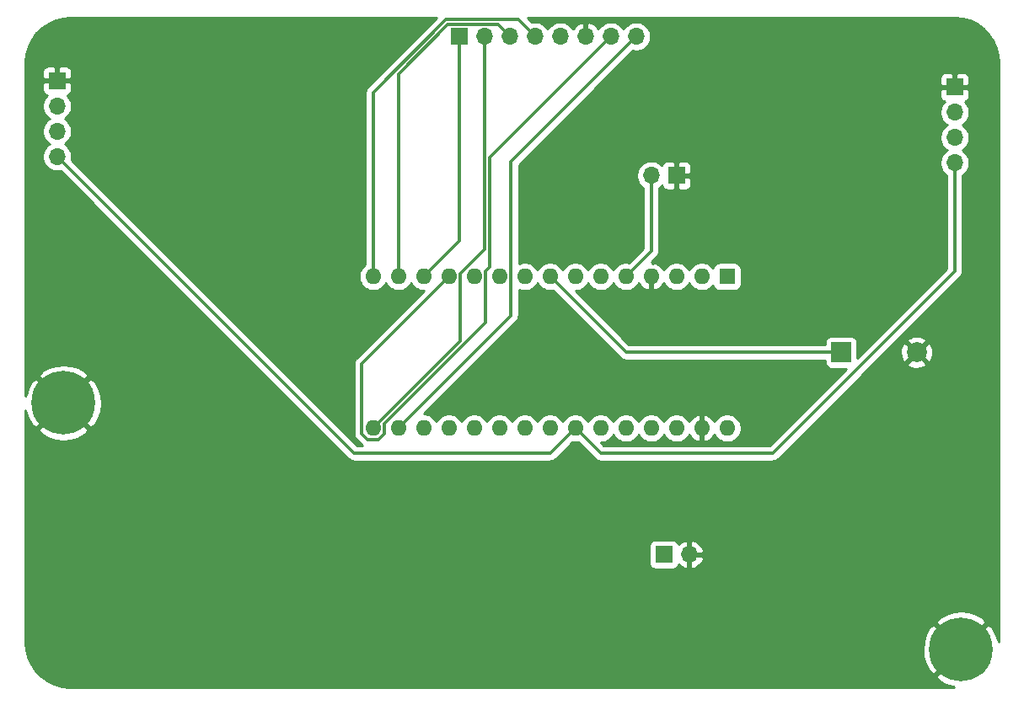
<source format=gbr>
%TF.GenerationSoftware,KiCad,Pcbnew,(5.1.9)-1*%
%TF.CreationDate,2021-04-30T13:08:53+02:00*%
%TF.ProjectId,CaptureTheFlag,43617074-7572-4655-9468-65466c61672e,rev?*%
%TF.SameCoordinates,Original*%
%TF.FileFunction,Copper,L1,Top*%
%TF.FilePolarity,Positive*%
%FSLAX46Y46*%
G04 Gerber Fmt 4.6, Leading zero omitted, Abs format (unit mm)*
G04 Created by KiCad (PCBNEW (5.1.9)-1) date 2021-04-30 13:08:53*
%MOMM*%
%LPD*%
G01*
G04 APERTURE LIST*
%TA.AperFunction,ComponentPad*%
%ADD10C,0.800000*%
%TD*%
%TA.AperFunction,ComponentPad*%
%ADD11C,6.400000*%
%TD*%
%TA.AperFunction,ComponentPad*%
%ADD12O,1.600000X1.600000*%
%TD*%
%TA.AperFunction,ComponentPad*%
%ADD13R,1.600000X1.600000*%
%TD*%
%TA.AperFunction,ComponentPad*%
%ADD14O,1.700000X1.700000*%
%TD*%
%TA.AperFunction,ComponentPad*%
%ADD15R,1.700000X1.700000*%
%TD*%
%TA.AperFunction,ComponentPad*%
%ADD16R,2.000000X2.000000*%
%TD*%
%TA.AperFunction,ComponentPad*%
%ADD17C,2.000000*%
%TD*%
%TA.AperFunction,ViaPad*%
%ADD18C,0.800000*%
%TD*%
%TA.AperFunction,Conductor*%
%ADD19C,0.300000*%
%TD*%
%TA.AperFunction,Conductor*%
%ADD20C,0.254000*%
%TD*%
%TA.AperFunction,Conductor*%
%ADD21C,0.100000*%
%TD*%
G04 APERTURE END LIST*
D10*
%TO.P,H2,1*%
%TO.N,GND*%
X200452056Y-95457944D03*
X198755000Y-94755000D03*
X197057944Y-95457944D03*
X196355000Y-97155000D03*
X197057944Y-98852056D03*
X198755000Y-99555000D03*
X200452056Y-98852056D03*
X201155000Y-97155000D03*
D11*
X198755000Y-97155000D03*
%TD*%
D10*
%TO.P,H1,1*%
%TO.N,GND*%
X110282056Y-70692944D03*
X108585000Y-69990000D03*
X106887944Y-70692944D03*
X106185000Y-72390000D03*
X106887944Y-74087056D03*
X108585000Y-74790000D03*
X110282056Y-74087056D03*
X110985000Y-72390000D03*
D11*
X108585000Y-72390000D03*
%TD*%
D12*
%TO.P,A1,16*%
%TO.N,SPI_SCK*%
X139700000Y-74930000D03*
%TO.P,A1,15*%
%TO.N,SPI_MISO*%
X139700000Y-59690000D03*
%TO.P,A1,30*%
%TO.N,VIN*%
X175260000Y-74930000D03*
%TO.P,A1,14*%
%TO.N,SPI_MOSI*%
X142240000Y-59690000D03*
%TO.P,A1,29*%
%TO.N,GND*%
X172720000Y-74930000D03*
%TO.P,A1,13*%
%TO.N,SPI_SDA*%
X144780000Y-59690000D03*
%TO.P,A1,28*%
%TO.N,Net-(A1-Pad28)*%
X170180000Y-74930000D03*
%TO.P,A1,12*%
%TO.N,SPI_RST*%
X147320000Y-59690000D03*
%TO.P,A1,27*%
%TO.N,5V*%
X167640000Y-74930000D03*
%TO.P,A1,11*%
%TO.N,Net-(A1-Pad11)*%
X149860000Y-59690000D03*
%TO.P,A1,26*%
%TO.N,Net-(A1-Pad26)*%
X165100000Y-74930000D03*
%TO.P,A1,10*%
%TO.N,Net-(A1-Pad10)*%
X152400000Y-59690000D03*
%TO.P,A1,25*%
%TO.N,Net-(A1-Pad25)*%
X162560000Y-74930000D03*
%TO.P,A1,9*%
%TO.N,Net-(A1-Pad9)*%
X154940000Y-59690000D03*
%TO.P,A1,24*%
%TO.N,I2C_SCL*%
X160020000Y-74930000D03*
%TO.P,A1,8*%
%TO.N,Net-(A1-Pad8)*%
X157480000Y-59690000D03*
%TO.P,A1,23*%
%TO.N,I2C_SDA*%
X157480000Y-74930000D03*
%TO.P,A1,7*%
%TO.N,Net-(A1-Pad7)*%
X160020000Y-59690000D03*
%TO.P,A1,22*%
%TO.N,Net-(A1-Pad22)*%
X154940000Y-74930000D03*
%TO.P,A1,6*%
%TO.N,Net-(A1-Pad6)*%
X162560000Y-59690000D03*
%TO.P,A1,21*%
%TO.N,Net-(A1-Pad21)*%
X152400000Y-74930000D03*
%TO.P,A1,5*%
%TO.N,Net-(A1-Pad5)*%
X165100000Y-59690000D03*
%TO.P,A1,20*%
%TO.N,Net-(A1-Pad20)*%
X149860000Y-74930000D03*
%TO.P,A1,4*%
%TO.N,GND*%
X167640000Y-59690000D03*
%TO.P,A1,19*%
%TO.N,Net-(A1-Pad19)*%
X147320000Y-74930000D03*
%TO.P,A1,3*%
%TO.N,Net-(A1-Pad3)*%
X170180000Y-59690000D03*
%TO.P,A1,18*%
%TO.N,Net-(A1-Pad18)*%
X144780000Y-74930000D03*
%TO.P,A1,2*%
%TO.N,Net-(A1-Pad2)*%
X172720000Y-59690000D03*
%TO.P,A1,17*%
%TO.N,3.3V*%
X142240000Y-74930000D03*
D13*
%TO.P,A1,1*%
%TO.N,Net-(A1-Pad1)*%
X175260000Y-59690000D03*
%TD*%
D14*
%TO.P,SW1,2*%
%TO.N,Net-(A1-Pad5)*%
X167640000Y-49530000D03*
D15*
%TO.P,SW1,1*%
%TO.N,GND*%
X170180000Y-49530000D03*
%TD*%
D16*
%TO.P,BZ1,1*%
%TO.N,Net-(A1-Pad8)*%
X186710000Y-67310000D03*
D17*
%TO.P,BZ1,2*%
%TO.N,GND*%
X194310000Y-67310000D03*
%TD*%
D15*
%TO.P,J1,1*%
%TO.N,GND*%
X198120000Y-40640000D03*
D14*
%TO.P,J1,2*%
%TO.N,5V*%
X198120000Y-43180000D03*
%TO.P,J1,3*%
%TO.N,I2C_SDA*%
X198120000Y-45720000D03*
%TO.P,J1,4*%
%TO.N,I2C_SCL*%
X198120000Y-48260000D03*
%TD*%
%TO.P,J2,4*%
%TO.N,I2C_SCL*%
X107950000Y-47625000D03*
%TO.P,J2,3*%
%TO.N,I2C_SDA*%
X107950000Y-45085000D03*
%TO.P,J2,2*%
%TO.N,5V*%
X107950000Y-42545000D03*
D15*
%TO.P,J2,1*%
%TO.N,GND*%
X107950000Y-40005000D03*
%TD*%
%TO.P,J3,1*%
%TO.N,SPI_SDA*%
X148340000Y-35560000D03*
D14*
%TO.P,J3,2*%
%TO.N,SPI_SCK*%
X150880000Y-35560000D03*
%TO.P,J3,3*%
%TO.N,SPI_MOSI*%
X153420000Y-35560000D03*
%TO.P,J3,4*%
%TO.N,SPI_MISO*%
X155960000Y-35560000D03*
%TO.P,J3,5*%
%TO.N,Net-(J3-Pad5)*%
X158500000Y-35560000D03*
%TO.P,J3,6*%
%TO.N,GND*%
X161040000Y-35560000D03*
%TO.P,J3,7*%
%TO.N,SPI_RST*%
X163580000Y-35560000D03*
%TO.P,J3,8*%
%TO.N,3.3V*%
X166120000Y-35560000D03*
%TD*%
D15*
%TO.P,J4,1*%
%TO.N,5V*%
X168910000Y-87630000D03*
D14*
%TO.P,J4,2*%
%TO.N,GND*%
X171450000Y-87630000D03*
%TD*%
D18*
%TO.N,GND*%
X114300000Y-40640000D03*
X121920000Y-40640000D03*
X129540000Y-40640000D03*
X129540000Y-48260000D03*
X129540000Y-55880000D03*
X121920000Y-48260000D03*
X129540000Y-78740000D03*
X129540000Y-86360000D03*
X129540000Y-93980000D03*
X121920000Y-93980000D03*
X114300000Y-93980000D03*
X114300000Y-86360000D03*
X121920000Y-86360000D03*
X121920000Y-78740000D03*
X114300000Y-78740000D03*
X114300000Y-71120000D03*
X121920000Y-71120000D03*
X137160000Y-86360000D03*
X144780000Y-86360000D03*
X152400000Y-86360000D03*
X160020000Y-86360000D03*
X160020000Y-93980000D03*
X152400000Y-93980000D03*
X144780000Y-93980000D03*
X167640000Y-93980000D03*
X182880000Y-86360000D03*
X198120000Y-86360000D03*
X198120000Y-78740000D03*
X198120000Y-71120000D03*
X190500000Y-55880000D03*
X190500000Y-48260000D03*
X190500000Y-40640000D03*
X182880000Y-40640000D03*
X182880000Y-48260000D03*
X182880000Y-55880000D03*
X175260000Y-40640000D03*
X175260000Y-48260000D03*
X137160000Y-93980000D03*
%TD*%
D19*
%TO.N,3.3V*%
X153550001Y-63619999D02*
X142240000Y-74930000D01*
X153550001Y-48129999D02*
X153550001Y-63619999D01*
X166120000Y-35560000D02*
X153550001Y-48129999D01*
%TO.N,Net-(A1-Pad5)*%
X167640000Y-57150000D02*
X165100000Y-59690000D01*
X167640000Y-49530000D02*
X167640000Y-57150000D01*
%TO.N,Net-(A1-Pad8)*%
X165100000Y-67310000D02*
X157480000Y-59690000D01*
X186710000Y-67310000D02*
X165100000Y-67310000D01*
%TO.N,I2C_SCL*%
X162560000Y-77470000D02*
X160020000Y-74930000D01*
X107950000Y-47625000D02*
X137795000Y-77470000D01*
X157480000Y-77470000D02*
X137795000Y-77470000D01*
X160020000Y-74930000D02*
X157480000Y-77470000D01*
X178816000Y-77470000D02*
X162560000Y-77470000D01*
X179180002Y-77470000D02*
X178816000Y-77470000D01*
X179832000Y-77470000D02*
X178816000Y-77470000D01*
X198120000Y-59182000D02*
X179832000Y-77470000D01*
X198120000Y-48260000D02*
X198120000Y-59182000D01*
%TO.N,SPI_RST*%
X138549999Y-75482001D02*
X138549999Y-68460001D01*
X139147999Y-76080001D02*
X138549999Y-75482001D01*
X140850001Y-75482001D02*
X140252001Y-76080001D01*
X151010001Y-64327119D02*
X140850001Y-74487119D01*
X151010001Y-59137999D02*
X151010001Y-64327119D01*
X138549999Y-68460001D02*
X147320000Y-59690000D01*
X140850001Y-74487119D02*
X140850001Y-75482001D01*
X151380010Y-58767990D02*
X151010001Y-59137999D01*
X140252001Y-76080001D02*
X139147999Y-76080001D01*
X151380010Y-47759990D02*
X151380010Y-58767990D01*
X163580000Y-35560000D02*
X151380010Y-47759990D01*
%TO.N,SPI_SDA*%
X148340000Y-56130000D02*
X144780000Y-59690000D01*
X148340000Y-35560000D02*
X148340000Y-56130000D01*
%TO.N,SPI_MOSI*%
X142240000Y-39329998D02*
X142240000Y-59690000D01*
X147209999Y-34359999D02*
X142240000Y-39329998D01*
X152219999Y-34359999D02*
X147209999Y-34359999D01*
X153420000Y-35560000D02*
X152219999Y-34359999D01*
%TO.N,SPI_MISO*%
X139700000Y-41162878D02*
X139700000Y-59690000D01*
X147002889Y-33859989D02*
X139700000Y-41162878D01*
X154259989Y-33859989D02*
X147002889Y-33859989D01*
X155960000Y-35560000D02*
X154259989Y-33859989D01*
%TO.N,SPI_SCK*%
X148470001Y-59377997D02*
X148470001Y-66159999D01*
X148470001Y-66159999D02*
X139700000Y-74930000D01*
X150880000Y-56967998D02*
X148470001Y-59377997D01*
X150880000Y-35560000D02*
X150880000Y-56967998D01*
%TD*%
D20*
%TO.N,GND*%
X139172190Y-40580531D02*
X139142236Y-40605114D01*
X139044138Y-40724646D01*
X138971246Y-40861019D01*
X138926359Y-41008992D01*
X138915000Y-41124318D01*
X138915000Y-41124325D01*
X138911203Y-41162878D01*
X138915000Y-41201431D01*
X138915001Y-58488660D01*
X138785241Y-58575363D01*
X138585363Y-58775241D01*
X138428320Y-59010273D01*
X138320147Y-59271426D01*
X138265000Y-59548665D01*
X138265000Y-59831335D01*
X138320147Y-60108574D01*
X138428320Y-60369727D01*
X138585363Y-60604759D01*
X138785241Y-60804637D01*
X139020273Y-60961680D01*
X139281426Y-61069853D01*
X139558665Y-61125000D01*
X139841335Y-61125000D01*
X140118574Y-61069853D01*
X140379727Y-60961680D01*
X140614759Y-60804637D01*
X140814637Y-60604759D01*
X140970000Y-60372241D01*
X141125363Y-60604759D01*
X141325241Y-60804637D01*
X141560273Y-60961680D01*
X141821426Y-61069853D01*
X142098665Y-61125000D01*
X142381335Y-61125000D01*
X142658574Y-61069853D01*
X142919727Y-60961680D01*
X143154759Y-60804637D01*
X143354637Y-60604759D01*
X143510000Y-60372241D01*
X143665363Y-60604759D01*
X143865241Y-60804637D01*
X144100273Y-60961680D01*
X144361426Y-61069853D01*
X144638665Y-61125000D01*
X144774842Y-61125000D01*
X138022184Y-67877659D01*
X137992236Y-67902237D01*
X137967658Y-67932185D01*
X137967654Y-67932189D01*
X137934689Y-67972357D01*
X137894138Y-68021768D01*
X137885059Y-68038754D01*
X137821245Y-68158142D01*
X137776358Y-68306115D01*
X137761202Y-68460001D01*
X137765000Y-68498564D01*
X137764999Y-75443448D01*
X137761202Y-75482001D01*
X137764999Y-75520554D01*
X137764999Y-75520561D01*
X137776358Y-75635887D01*
X137821245Y-75783860D01*
X137894137Y-75920233D01*
X137992235Y-76039765D01*
X138022189Y-76064348D01*
X138565652Y-76607811D01*
X138590235Y-76637765D01*
X138647790Y-76685000D01*
X138120157Y-76685000D01*
X109397075Y-47961918D01*
X109435000Y-47771260D01*
X109435000Y-47478740D01*
X109377932Y-47191842D01*
X109265990Y-46921589D01*
X109103475Y-46678368D01*
X108896632Y-46471525D01*
X108722240Y-46355000D01*
X108896632Y-46238475D01*
X109103475Y-46031632D01*
X109265990Y-45788411D01*
X109377932Y-45518158D01*
X109435000Y-45231260D01*
X109435000Y-44938740D01*
X109377932Y-44651842D01*
X109265990Y-44381589D01*
X109103475Y-44138368D01*
X108896632Y-43931525D01*
X108722240Y-43815000D01*
X108896632Y-43698475D01*
X109103475Y-43491632D01*
X109265990Y-43248411D01*
X109377932Y-42978158D01*
X109435000Y-42691260D01*
X109435000Y-42398740D01*
X109377932Y-42111842D01*
X109265990Y-41841589D01*
X109103475Y-41598368D01*
X108971620Y-41466513D01*
X109044180Y-41444502D01*
X109154494Y-41385537D01*
X109251185Y-41306185D01*
X109330537Y-41209494D01*
X109389502Y-41099180D01*
X109425812Y-40979482D01*
X109438072Y-40855000D01*
X109435000Y-40290750D01*
X109276250Y-40132000D01*
X108077000Y-40132000D01*
X108077000Y-40152000D01*
X107823000Y-40152000D01*
X107823000Y-40132000D01*
X106623750Y-40132000D01*
X106465000Y-40290750D01*
X106461928Y-40855000D01*
X106474188Y-40979482D01*
X106510498Y-41099180D01*
X106569463Y-41209494D01*
X106648815Y-41306185D01*
X106745506Y-41385537D01*
X106855820Y-41444502D01*
X106928380Y-41466513D01*
X106796525Y-41598368D01*
X106634010Y-41841589D01*
X106522068Y-42111842D01*
X106465000Y-42398740D01*
X106465000Y-42691260D01*
X106522068Y-42978158D01*
X106634010Y-43248411D01*
X106796525Y-43491632D01*
X107003368Y-43698475D01*
X107177760Y-43815000D01*
X107003368Y-43931525D01*
X106796525Y-44138368D01*
X106634010Y-44381589D01*
X106522068Y-44651842D01*
X106465000Y-44938740D01*
X106465000Y-45231260D01*
X106522068Y-45518158D01*
X106634010Y-45788411D01*
X106796525Y-46031632D01*
X107003368Y-46238475D01*
X107177760Y-46355000D01*
X107003368Y-46471525D01*
X106796525Y-46678368D01*
X106634010Y-46921589D01*
X106522068Y-47191842D01*
X106465000Y-47478740D01*
X106465000Y-47771260D01*
X106522068Y-48058158D01*
X106634010Y-48328411D01*
X106796525Y-48571632D01*
X107003368Y-48778475D01*
X107246589Y-48940990D01*
X107516842Y-49052932D01*
X107803740Y-49110000D01*
X108096260Y-49110000D01*
X108286918Y-49072075D01*
X137212653Y-77997810D01*
X137237236Y-78027764D01*
X137356767Y-78125862D01*
X137493138Y-78198753D01*
X137493140Y-78198754D01*
X137641113Y-78243642D01*
X137716026Y-78251020D01*
X137756439Y-78255000D01*
X137756444Y-78255000D01*
X137795000Y-78258797D01*
X137833556Y-78255000D01*
X157441447Y-78255000D01*
X157480000Y-78258797D01*
X157518553Y-78255000D01*
X157518561Y-78255000D01*
X157633887Y-78243641D01*
X157781860Y-78198754D01*
X157918233Y-78125862D01*
X158037764Y-78027764D01*
X158062347Y-77997810D01*
X159725604Y-76334554D01*
X159878665Y-76365000D01*
X160161335Y-76365000D01*
X160314396Y-76334554D01*
X161977658Y-77997816D01*
X162002236Y-78027764D01*
X162032184Y-78052342D01*
X162032187Y-78052345D01*
X162061559Y-78076450D01*
X162121767Y-78125862D01*
X162258140Y-78198754D01*
X162371672Y-78233194D01*
X162406112Y-78243641D01*
X162420490Y-78245057D01*
X162521439Y-78255000D01*
X162521446Y-78255000D01*
X162559999Y-78258797D01*
X162598552Y-78255000D01*
X179793447Y-78255000D01*
X179832000Y-78258797D01*
X179870553Y-78255000D01*
X179870561Y-78255000D01*
X179985887Y-78243641D01*
X180133860Y-78198754D01*
X180270233Y-78125862D01*
X180389764Y-78027764D01*
X180414347Y-77997810D01*
X189966744Y-68445413D01*
X193354192Y-68445413D01*
X193449956Y-68709814D01*
X193739571Y-68850704D01*
X194051108Y-68932384D01*
X194372595Y-68951718D01*
X194691675Y-68907961D01*
X194996088Y-68802795D01*
X195170044Y-68709814D01*
X195265808Y-68445413D01*
X194310000Y-67489605D01*
X193354192Y-68445413D01*
X189966744Y-68445413D01*
X191039562Y-67372595D01*
X192668282Y-67372595D01*
X192712039Y-67691675D01*
X192817205Y-67996088D01*
X192910186Y-68170044D01*
X193174587Y-68265808D01*
X194130395Y-67310000D01*
X194489605Y-67310000D01*
X195445413Y-68265808D01*
X195709814Y-68170044D01*
X195850704Y-67880429D01*
X195932384Y-67568892D01*
X195951718Y-67247405D01*
X195907961Y-66928325D01*
X195802795Y-66623912D01*
X195709814Y-66449956D01*
X195445413Y-66354192D01*
X194489605Y-67310000D01*
X194130395Y-67310000D01*
X193174587Y-66354192D01*
X192910186Y-66449956D01*
X192769296Y-66739571D01*
X192687616Y-67051108D01*
X192668282Y-67372595D01*
X191039562Y-67372595D01*
X192237570Y-66174587D01*
X193354192Y-66174587D01*
X194310000Y-67130395D01*
X195265808Y-66174587D01*
X195170044Y-65910186D01*
X194880429Y-65769296D01*
X194568892Y-65687616D01*
X194247405Y-65668282D01*
X193928325Y-65712039D01*
X193623912Y-65817205D01*
X193449956Y-65910186D01*
X193354192Y-66174587D01*
X192237570Y-66174587D01*
X198647810Y-59764347D01*
X198677764Y-59739764D01*
X198775862Y-59620233D01*
X198848754Y-59483860D01*
X198862102Y-59439858D01*
X198893642Y-59335887D01*
X198904650Y-59224110D01*
X198905000Y-59220561D01*
X198905000Y-59220556D01*
X198908797Y-59182000D01*
X198905000Y-59143444D01*
X198905000Y-49521474D01*
X199066632Y-49413475D01*
X199273475Y-49206632D01*
X199435990Y-48963411D01*
X199547932Y-48693158D01*
X199605000Y-48406260D01*
X199605000Y-48113740D01*
X199547932Y-47826842D01*
X199435990Y-47556589D01*
X199273475Y-47313368D01*
X199066632Y-47106525D01*
X198892240Y-46990000D01*
X199066632Y-46873475D01*
X199273475Y-46666632D01*
X199435990Y-46423411D01*
X199547932Y-46153158D01*
X199605000Y-45866260D01*
X199605000Y-45573740D01*
X199547932Y-45286842D01*
X199435990Y-45016589D01*
X199273475Y-44773368D01*
X199066632Y-44566525D01*
X198892240Y-44450000D01*
X199066632Y-44333475D01*
X199273475Y-44126632D01*
X199435990Y-43883411D01*
X199547932Y-43613158D01*
X199605000Y-43326260D01*
X199605000Y-43033740D01*
X199547932Y-42746842D01*
X199435990Y-42476589D01*
X199273475Y-42233368D01*
X199141620Y-42101513D01*
X199214180Y-42079502D01*
X199324494Y-42020537D01*
X199421185Y-41941185D01*
X199500537Y-41844494D01*
X199559502Y-41734180D01*
X199595812Y-41614482D01*
X199608072Y-41490000D01*
X199605000Y-40925750D01*
X199446250Y-40767000D01*
X198247000Y-40767000D01*
X198247000Y-40787000D01*
X197993000Y-40787000D01*
X197993000Y-40767000D01*
X196793750Y-40767000D01*
X196635000Y-40925750D01*
X196631928Y-41490000D01*
X196644188Y-41614482D01*
X196680498Y-41734180D01*
X196739463Y-41844494D01*
X196818815Y-41941185D01*
X196915506Y-42020537D01*
X197025820Y-42079502D01*
X197098380Y-42101513D01*
X196966525Y-42233368D01*
X196804010Y-42476589D01*
X196692068Y-42746842D01*
X196635000Y-43033740D01*
X196635000Y-43326260D01*
X196692068Y-43613158D01*
X196804010Y-43883411D01*
X196966525Y-44126632D01*
X197173368Y-44333475D01*
X197347760Y-44450000D01*
X197173368Y-44566525D01*
X196966525Y-44773368D01*
X196804010Y-45016589D01*
X196692068Y-45286842D01*
X196635000Y-45573740D01*
X196635000Y-45866260D01*
X196692068Y-46153158D01*
X196804010Y-46423411D01*
X196966525Y-46666632D01*
X197173368Y-46873475D01*
X197347760Y-46990000D01*
X197173368Y-47106525D01*
X196966525Y-47313368D01*
X196804010Y-47556589D01*
X196692068Y-47826842D01*
X196635000Y-48113740D01*
X196635000Y-48406260D01*
X196692068Y-48693158D01*
X196804010Y-48963411D01*
X196966525Y-49206632D01*
X197173368Y-49413475D01*
X197335000Y-49521474D01*
X197335001Y-58856842D01*
X188348072Y-67843771D01*
X188348072Y-66310000D01*
X188335812Y-66185518D01*
X188299502Y-66065820D01*
X188240537Y-65955506D01*
X188161185Y-65858815D01*
X188064494Y-65779463D01*
X187954180Y-65720498D01*
X187834482Y-65684188D01*
X187710000Y-65671928D01*
X185710000Y-65671928D01*
X185585518Y-65684188D01*
X185465820Y-65720498D01*
X185355506Y-65779463D01*
X185258815Y-65858815D01*
X185179463Y-65955506D01*
X185120498Y-66065820D01*
X185084188Y-66185518D01*
X185071928Y-66310000D01*
X185071928Y-66525000D01*
X165425158Y-66525000D01*
X160025157Y-61125000D01*
X160161335Y-61125000D01*
X160438574Y-61069853D01*
X160699727Y-60961680D01*
X160934759Y-60804637D01*
X161134637Y-60604759D01*
X161290000Y-60372241D01*
X161445363Y-60604759D01*
X161645241Y-60804637D01*
X161880273Y-60961680D01*
X162141426Y-61069853D01*
X162418665Y-61125000D01*
X162701335Y-61125000D01*
X162978574Y-61069853D01*
X163239727Y-60961680D01*
X163474759Y-60804637D01*
X163674637Y-60604759D01*
X163830000Y-60372241D01*
X163985363Y-60604759D01*
X164185241Y-60804637D01*
X164420273Y-60961680D01*
X164681426Y-61069853D01*
X164958665Y-61125000D01*
X165241335Y-61125000D01*
X165518574Y-61069853D01*
X165779727Y-60961680D01*
X166014759Y-60804637D01*
X166214637Y-60604759D01*
X166371680Y-60369727D01*
X166376067Y-60359135D01*
X166487615Y-60545131D01*
X166676586Y-60753519D01*
X166902580Y-60921037D01*
X167156913Y-61041246D01*
X167290961Y-61081904D01*
X167513000Y-60959915D01*
X167513000Y-59817000D01*
X167493000Y-59817000D01*
X167493000Y-59563000D01*
X167513000Y-59563000D01*
X167513000Y-59543000D01*
X167767000Y-59543000D01*
X167767000Y-59563000D01*
X167787000Y-59563000D01*
X167787000Y-59817000D01*
X167767000Y-59817000D01*
X167767000Y-60959915D01*
X167989039Y-61081904D01*
X168123087Y-61041246D01*
X168377420Y-60921037D01*
X168603414Y-60753519D01*
X168792385Y-60545131D01*
X168903933Y-60359135D01*
X168908320Y-60369727D01*
X169065363Y-60604759D01*
X169265241Y-60804637D01*
X169500273Y-60961680D01*
X169761426Y-61069853D01*
X170038665Y-61125000D01*
X170321335Y-61125000D01*
X170598574Y-61069853D01*
X170859727Y-60961680D01*
X171094759Y-60804637D01*
X171294637Y-60604759D01*
X171450000Y-60372241D01*
X171605363Y-60604759D01*
X171805241Y-60804637D01*
X172040273Y-60961680D01*
X172301426Y-61069853D01*
X172578665Y-61125000D01*
X172861335Y-61125000D01*
X173138574Y-61069853D01*
X173399727Y-60961680D01*
X173634759Y-60804637D01*
X173833357Y-60606039D01*
X173834188Y-60614482D01*
X173870498Y-60734180D01*
X173929463Y-60844494D01*
X174008815Y-60941185D01*
X174105506Y-61020537D01*
X174215820Y-61079502D01*
X174335518Y-61115812D01*
X174460000Y-61128072D01*
X176060000Y-61128072D01*
X176184482Y-61115812D01*
X176304180Y-61079502D01*
X176414494Y-61020537D01*
X176511185Y-60941185D01*
X176590537Y-60844494D01*
X176649502Y-60734180D01*
X176685812Y-60614482D01*
X176698072Y-60490000D01*
X176698072Y-58890000D01*
X176685812Y-58765518D01*
X176649502Y-58645820D01*
X176590537Y-58535506D01*
X176511185Y-58438815D01*
X176414494Y-58359463D01*
X176304180Y-58300498D01*
X176184482Y-58264188D01*
X176060000Y-58251928D01*
X174460000Y-58251928D01*
X174335518Y-58264188D01*
X174215820Y-58300498D01*
X174105506Y-58359463D01*
X174008815Y-58438815D01*
X173929463Y-58535506D01*
X173870498Y-58645820D01*
X173834188Y-58765518D01*
X173833357Y-58773961D01*
X173634759Y-58575363D01*
X173399727Y-58418320D01*
X173138574Y-58310147D01*
X172861335Y-58255000D01*
X172578665Y-58255000D01*
X172301426Y-58310147D01*
X172040273Y-58418320D01*
X171805241Y-58575363D01*
X171605363Y-58775241D01*
X171450000Y-59007759D01*
X171294637Y-58775241D01*
X171094759Y-58575363D01*
X170859727Y-58418320D01*
X170598574Y-58310147D01*
X170321335Y-58255000D01*
X170038665Y-58255000D01*
X169761426Y-58310147D01*
X169500273Y-58418320D01*
X169265241Y-58575363D01*
X169065363Y-58775241D01*
X168908320Y-59010273D01*
X168903933Y-59020865D01*
X168792385Y-58834869D01*
X168603414Y-58626481D01*
X168377420Y-58458963D01*
X168123087Y-58338754D01*
X167989039Y-58298096D01*
X167767002Y-58420084D01*
X167767002Y-58255000D01*
X167645157Y-58255000D01*
X168167816Y-57732342D01*
X168197764Y-57707764D01*
X168295862Y-57588233D01*
X168368754Y-57451860D01*
X168413641Y-57303887D01*
X168425000Y-57188561D01*
X168425000Y-57188554D01*
X168428797Y-57150001D01*
X168425000Y-57111448D01*
X168425000Y-50791474D01*
X168586632Y-50683475D01*
X168718487Y-50551620D01*
X168740498Y-50624180D01*
X168799463Y-50734494D01*
X168878815Y-50831185D01*
X168975506Y-50910537D01*
X169085820Y-50969502D01*
X169205518Y-51005812D01*
X169330000Y-51018072D01*
X169894250Y-51015000D01*
X170053000Y-50856250D01*
X170053000Y-49657000D01*
X170307000Y-49657000D01*
X170307000Y-50856250D01*
X170465750Y-51015000D01*
X171030000Y-51018072D01*
X171154482Y-51005812D01*
X171274180Y-50969502D01*
X171384494Y-50910537D01*
X171481185Y-50831185D01*
X171560537Y-50734494D01*
X171619502Y-50624180D01*
X171655812Y-50504482D01*
X171668072Y-50380000D01*
X171665000Y-49815750D01*
X171506250Y-49657000D01*
X170307000Y-49657000D01*
X170053000Y-49657000D01*
X170033000Y-49657000D01*
X170033000Y-49403000D01*
X170053000Y-49403000D01*
X170053000Y-48203750D01*
X170307000Y-48203750D01*
X170307000Y-49403000D01*
X171506250Y-49403000D01*
X171665000Y-49244250D01*
X171668072Y-48680000D01*
X171655812Y-48555518D01*
X171619502Y-48435820D01*
X171560537Y-48325506D01*
X171481185Y-48228815D01*
X171384494Y-48149463D01*
X171274180Y-48090498D01*
X171154482Y-48054188D01*
X171030000Y-48041928D01*
X170465750Y-48045000D01*
X170307000Y-48203750D01*
X170053000Y-48203750D01*
X169894250Y-48045000D01*
X169330000Y-48041928D01*
X169205518Y-48054188D01*
X169085820Y-48090498D01*
X168975506Y-48149463D01*
X168878815Y-48228815D01*
X168799463Y-48325506D01*
X168740498Y-48435820D01*
X168718487Y-48508380D01*
X168586632Y-48376525D01*
X168343411Y-48214010D01*
X168073158Y-48102068D01*
X167786260Y-48045000D01*
X167493740Y-48045000D01*
X167206842Y-48102068D01*
X166936589Y-48214010D01*
X166693368Y-48376525D01*
X166486525Y-48583368D01*
X166324010Y-48826589D01*
X166212068Y-49096842D01*
X166155000Y-49383740D01*
X166155000Y-49676260D01*
X166212068Y-49963158D01*
X166324010Y-50233411D01*
X166486525Y-50476632D01*
X166693368Y-50683475D01*
X166855000Y-50791474D01*
X166855001Y-56824841D01*
X165394396Y-58285446D01*
X165241335Y-58255000D01*
X164958665Y-58255000D01*
X164681426Y-58310147D01*
X164420273Y-58418320D01*
X164185241Y-58575363D01*
X163985363Y-58775241D01*
X163830000Y-59007759D01*
X163674637Y-58775241D01*
X163474759Y-58575363D01*
X163239727Y-58418320D01*
X162978574Y-58310147D01*
X162701335Y-58255000D01*
X162418665Y-58255000D01*
X162141426Y-58310147D01*
X161880273Y-58418320D01*
X161645241Y-58575363D01*
X161445363Y-58775241D01*
X161290000Y-59007759D01*
X161134637Y-58775241D01*
X160934759Y-58575363D01*
X160699727Y-58418320D01*
X160438574Y-58310147D01*
X160161335Y-58255000D01*
X159878665Y-58255000D01*
X159601426Y-58310147D01*
X159340273Y-58418320D01*
X159105241Y-58575363D01*
X158905363Y-58775241D01*
X158750000Y-59007759D01*
X158594637Y-58775241D01*
X158394759Y-58575363D01*
X158159727Y-58418320D01*
X157898574Y-58310147D01*
X157621335Y-58255000D01*
X157338665Y-58255000D01*
X157061426Y-58310147D01*
X156800273Y-58418320D01*
X156565241Y-58575363D01*
X156365363Y-58775241D01*
X156210000Y-59007759D01*
X156054637Y-58775241D01*
X155854759Y-58575363D01*
X155619727Y-58418320D01*
X155358574Y-58310147D01*
X155081335Y-58255000D01*
X154798665Y-58255000D01*
X154521426Y-58310147D01*
X154335001Y-58387367D01*
X154335001Y-48455156D01*
X163000157Y-39790000D01*
X196631928Y-39790000D01*
X196635000Y-40354250D01*
X196793750Y-40513000D01*
X197993000Y-40513000D01*
X197993000Y-39313750D01*
X198247000Y-39313750D01*
X198247000Y-40513000D01*
X199446250Y-40513000D01*
X199605000Y-40354250D01*
X199608072Y-39790000D01*
X199595812Y-39665518D01*
X199559502Y-39545820D01*
X199500537Y-39435506D01*
X199421185Y-39338815D01*
X199324494Y-39259463D01*
X199214180Y-39200498D01*
X199094482Y-39164188D01*
X198970000Y-39151928D01*
X198405750Y-39155000D01*
X198247000Y-39313750D01*
X197993000Y-39313750D01*
X197834250Y-39155000D01*
X197270000Y-39151928D01*
X197145518Y-39164188D01*
X197025820Y-39200498D01*
X196915506Y-39259463D01*
X196818815Y-39338815D01*
X196739463Y-39435506D01*
X196680498Y-39545820D01*
X196644188Y-39665518D01*
X196631928Y-39790000D01*
X163000157Y-39790000D01*
X165783082Y-37007076D01*
X165973740Y-37045000D01*
X166266260Y-37045000D01*
X166553158Y-36987932D01*
X166823411Y-36875990D01*
X167066632Y-36713475D01*
X167273475Y-36506632D01*
X167435990Y-36263411D01*
X167547932Y-35993158D01*
X167605000Y-35706260D01*
X167605000Y-35413740D01*
X167547932Y-35126842D01*
X167435990Y-34856589D01*
X167273475Y-34613368D01*
X167066632Y-34406525D01*
X166823411Y-34244010D01*
X166553158Y-34132068D01*
X166266260Y-34075000D01*
X165973740Y-34075000D01*
X165686842Y-34132068D01*
X165416589Y-34244010D01*
X165173368Y-34406525D01*
X164966525Y-34613368D01*
X164850000Y-34787760D01*
X164733475Y-34613368D01*
X164526632Y-34406525D01*
X164283411Y-34244010D01*
X164013158Y-34132068D01*
X163726260Y-34075000D01*
X163433740Y-34075000D01*
X163146842Y-34132068D01*
X162876589Y-34244010D01*
X162633368Y-34406525D01*
X162426525Y-34613368D01*
X162304805Y-34795534D01*
X162235178Y-34678645D01*
X162040269Y-34462412D01*
X161806920Y-34288359D01*
X161544099Y-34163175D01*
X161396890Y-34118524D01*
X161167000Y-34239845D01*
X161167000Y-35433000D01*
X161187000Y-35433000D01*
X161187000Y-35687000D01*
X161167000Y-35687000D01*
X161167000Y-35707000D01*
X160913000Y-35707000D01*
X160913000Y-35687000D01*
X160893000Y-35687000D01*
X160893000Y-35433000D01*
X160913000Y-35433000D01*
X160913000Y-34239845D01*
X160683110Y-34118524D01*
X160535901Y-34163175D01*
X160273080Y-34288359D01*
X160039731Y-34462412D01*
X159844822Y-34678645D01*
X159775195Y-34795534D01*
X159653475Y-34613368D01*
X159446632Y-34406525D01*
X159203411Y-34244010D01*
X158933158Y-34132068D01*
X158646260Y-34075000D01*
X158353740Y-34075000D01*
X158066842Y-34132068D01*
X157796589Y-34244010D01*
X157553368Y-34406525D01*
X157346525Y-34613368D01*
X157230000Y-34787760D01*
X157113475Y-34613368D01*
X156906632Y-34406525D01*
X156663411Y-34244010D01*
X156393158Y-34132068D01*
X156106260Y-34075000D01*
X155813740Y-34075000D01*
X155623082Y-34112925D01*
X155190157Y-33680000D01*
X198090608Y-33680000D01*
X198902249Y-33752437D01*
X199659774Y-33959672D01*
X200368625Y-34297777D01*
X201006404Y-34756067D01*
X201552946Y-35320055D01*
X201990977Y-35971913D01*
X202306651Y-36691038D01*
X202491206Y-37459768D01*
X202540000Y-38124207D01*
X202540001Y-96435995D01*
X202539178Y-96427062D01*
X202324452Y-95702792D01*
X201972555Y-95034330D01*
X201945548Y-94993912D01*
X201455881Y-94633724D01*
X198934605Y-97155000D01*
X198948748Y-97169143D01*
X198769143Y-97348748D01*
X198755000Y-97334605D01*
X196233724Y-99855881D01*
X196593912Y-100345548D01*
X197257882Y-100705849D01*
X197979385Y-100929694D01*
X198077664Y-100940000D01*
X109249392Y-100940000D01*
X108437751Y-100867563D01*
X107680226Y-100660328D01*
X106971373Y-100322221D01*
X106333590Y-99863928D01*
X105787054Y-99299945D01*
X105349022Y-98648085D01*
X105033349Y-97928963D01*
X104848794Y-97160232D01*
X104846625Y-97130695D01*
X194901520Y-97130695D01*
X194970822Y-97882938D01*
X195185548Y-98607208D01*
X195537445Y-99275670D01*
X195564452Y-99316088D01*
X196054119Y-99676276D01*
X198575395Y-97155000D01*
X196054119Y-94633724D01*
X195564452Y-94993912D01*
X195204151Y-95657882D01*
X194980306Y-96379385D01*
X194901520Y-97130695D01*
X104846625Y-97130695D01*
X104800000Y-96495792D01*
X104800000Y-94454119D01*
X196233724Y-94454119D01*
X198755000Y-96975395D01*
X201276276Y-94454119D01*
X200916088Y-93964452D01*
X200252118Y-93604151D01*
X199530615Y-93380306D01*
X198779305Y-93301520D01*
X198027062Y-93370822D01*
X197302792Y-93585548D01*
X196634330Y-93937445D01*
X196593912Y-93964452D01*
X196233724Y-94454119D01*
X104800000Y-94454119D01*
X104800000Y-86780000D01*
X167421928Y-86780000D01*
X167421928Y-88480000D01*
X167434188Y-88604482D01*
X167470498Y-88724180D01*
X167529463Y-88834494D01*
X167608815Y-88931185D01*
X167705506Y-89010537D01*
X167815820Y-89069502D01*
X167935518Y-89105812D01*
X168060000Y-89118072D01*
X169760000Y-89118072D01*
X169884482Y-89105812D01*
X170004180Y-89069502D01*
X170114494Y-89010537D01*
X170211185Y-88931185D01*
X170290537Y-88834494D01*
X170349502Y-88724180D01*
X170373966Y-88643534D01*
X170449731Y-88727588D01*
X170683080Y-88901641D01*
X170945901Y-89026825D01*
X171093110Y-89071476D01*
X171323000Y-88950155D01*
X171323000Y-87757000D01*
X171577000Y-87757000D01*
X171577000Y-88950155D01*
X171806890Y-89071476D01*
X171954099Y-89026825D01*
X172216920Y-88901641D01*
X172450269Y-88727588D01*
X172645178Y-88511355D01*
X172794157Y-88261252D01*
X172891481Y-87986891D01*
X172770814Y-87757000D01*
X171577000Y-87757000D01*
X171323000Y-87757000D01*
X171303000Y-87757000D01*
X171303000Y-87503000D01*
X171323000Y-87503000D01*
X171323000Y-86309845D01*
X171577000Y-86309845D01*
X171577000Y-87503000D01*
X172770814Y-87503000D01*
X172891481Y-87273109D01*
X172794157Y-86998748D01*
X172645178Y-86748645D01*
X172450269Y-86532412D01*
X172216920Y-86358359D01*
X171954099Y-86233175D01*
X171806890Y-86188524D01*
X171577000Y-86309845D01*
X171323000Y-86309845D01*
X171093110Y-86188524D01*
X170945901Y-86233175D01*
X170683080Y-86358359D01*
X170449731Y-86532412D01*
X170373966Y-86616466D01*
X170349502Y-86535820D01*
X170290537Y-86425506D01*
X170211185Y-86328815D01*
X170114494Y-86249463D01*
X170004180Y-86190498D01*
X169884482Y-86154188D01*
X169760000Y-86141928D01*
X168060000Y-86141928D01*
X167935518Y-86154188D01*
X167815820Y-86190498D01*
X167705506Y-86249463D01*
X167608815Y-86328815D01*
X167529463Y-86425506D01*
X167470498Y-86535820D01*
X167434188Y-86655518D01*
X167421928Y-86780000D01*
X104800000Y-86780000D01*
X104800000Y-75090881D01*
X106063724Y-75090881D01*
X106423912Y-75580548D01*
X107087882Y-75940849D01*
X107809385Y-76164694D01*
X108560695Y-76243480D01*
X109312938Y-76174178D01*
X110037208Y-75959452D01*
X110705670Y-75607555D01*
X110746088Y-75580548D01*
X111106276Y-75090881D01*
X108585000Y-72569605D01*
X106063724Y-75090881D01*
X104800000Y-75090881D01*
X104800000Y-73109016D01*
X104800822Y-73117938D01*
X105015548Y-73842208D01*
X105367445Y-74510670D01*
X105394452Y-74551088D01*
X105884119Y-74911276D01*
X108405395Y-72390000D01*
X108764605Y-72390000D01*
X111285881Y-74911276D01*
X111775548Y-74551088D01*
X112135849Y-73887118D01*
X112359694Y-73165615D01*
X112438480Y-72414305D01*
X112369178Y-71662062D01*
X112154452Y-70937792D01*
X111802555Y-70269330D01*
X111775548Y-70228912D01*
X111285881Y-69868724D01*
X108764605Y-72390000D01*
X108405395Y-72390000D01*
X105884119Y-69868724D01*
X105394452Y-70228912D01*
X105034151Y-70892882D01*
X104810306Y-71614385D01*
X104800000Y-71712664D01*
X104800000Y-69689119D01*
X106063724Y-69689119D01*
X108585000Y-72210395D01*
X111106276Y-69689119D01*
X110746088Y-69199452D01*
X110082118Y-68839151D01*
X109360615Y-68615306D01*
X108609305Y-68536520D01*
X107857062Y-68605822D01*
X107132792Y-68820548D01*
X106464330Y-69172445D01*
X106423912Y-69199452D01*
X106063724Y-69689119D01*
X104800000Y-69689119D01*
X104800000Y-39155000D01*
X106461928Y-39155000D01*
X106465000Y-39719250D01*
X106623750Y-39878000D01*
X107823000Y-39878000D01*
X107823000Y-38678750D01*
X108077000Y-38678750D01*
X108077000Y-39878000D01*
X109276250Y-39878000D01*
X109435000Y-39719250D01*
X109438072Y-39155000D01*
X109425812Y-39030518D01*
X109389502Y-38910820D01*
X109330537Y-38800506D01*
X109251185Y-38703815D01*
X109154494Y-38624463D01*
X109044180Y-38565498D01*
X108924482Y-38529188D01*
X108800000Y-38516928D01*
X108235750Y-38520000D01*
X108077000Y-38678750D01*
X107823000Y-38678750D01*
X107664250Y-38520000D01*
X107100000Y-38516928D01*
X106975518Y-38529188D01*
X106855820Y-38565498D01*
X106745506Y-38624463D01*
X106648815Y-38703815D01*
X106569463Y-38800506D01*
X106510498Y-38910820D01*
X106474188Y-39030518D01*
X106461928Y-39155000D01*
X104800000Y-39155000D01*
X104800000Y-38129392D01*
X104872437Y-37317751D01*
X105079672Y-36560226D01*
X105417777Y-35851375D01*
X105876067Y-35213596D01*
X106440055Y-34667054D01*
X107091913Y-34229023D01*
X107811038Y-33913349D01*
X108579768Y-33728794D01*
X109244207Y-33680000D01*
X146072721Y-33680000D01*
X139172190Y-40580531D01*
%TA.AperFunction,Conductor*%
D21*
G36*
X139172190Y-40580531D02*
G01*
X139142236Y-40605114D01*
X139044138Y-40724646D01*
X138971246Y-40861019D01*
X138926359Y-41008992D01*
X138915000Y-41124318D01*
X138915000Y-41124325D01*
X138911203Y-41162878D01*
X138915000Y-41201431D01*
X138915001Y-58488660D01*
X138785241Y-58575363D01*
X138585363Y-58775241D01*
X138428320Y-59010273D01*
X138320147Y-59271426D01*
X138265000Y-59548665D01*
X138265000Y-59831335D01*
X138320147Y-60108574D01*
X138428320Y-60369727D01*
X138585363Y-60604759D01*
X138785241Y-60804637D01*
X139020273Y-60961680D01*
X139281426Y-61069853D01*
X139558665Y-61125000D01*
X139841335Y-61125000D01*
X140118574Y-61069853D01*
X140379727Y-60961680D01*
X140614759Y-60804637D01*
X140814637Y-60604759D01*
X140970000Y-60372241D01*
X141125363Y-60604759D01*
X141325241Y-60804637D01*
X141560273Y-60961680D01*
X141821426Y-61069853D01*
X142098665Y-61125000D01*
X142381335Y-61125000D01*
X142658574Y-61069853D01*
X142919727Y-60961680D01*
X143154759Y-60804637D01*
X143354637Y-60604759D01*
X143510000Y-60372241D01*
X143665363Y-60604759D01*
X143865241Y-60804637D01*
X144100273Y-60961680D01*
X144361426Y-61069853D01*
X144638665Y-61125000D01*
X144774842Y-61125000D01*
X138022184Y-67877659D01*
X137992236Y-67902237D01*
X137967658Y-67932185D01*
X137967654Y-67932189D01*
X137934689Y-67972357D01*
X137894138Y-68021768D01*
X137885059Y-68038754D01*
X137821245Y-68158142D01*
X137776358Y-68306115D01*
X137761202Y-68460001D01*
X137765000Y-68498564D01*
X137764999Y-75443448D01*
X137761202Y-75482001D01*
X137764999Y-75520554D01*
X137764999Y-75520561D01*
X137776358Y-75635887D01*
X137821245Y-75783860D01*
X137894137Y-75920233D01*
X137992235Y-76039765D01*
X138022189Y-76064348D01*
X138565652Y-76607811D01*
X138590235Y-76637765D01*
X138647790Y-76685000D01*
X138120157Y-76685000D01*
X109397075Y-47961918D01*
X109435000Y-47771260D01*
X109435000Y-47478740D01*
X109377932Y-47191842D01*
X109265990Y-46921589D01*
X109103475Y-46678368D01*
X108896632Y-46471525D01*
X108722240Y-46355000D01*
X108896632Y-46238475D01*
X109103475Y-46031632D01*
X109265990Y-45788411D01*
X109377932Y-45518158D01*
X109435000Y-45231260D01*
X109435000Y-44938740D01*
X109377932Y-44651842D01*
X109265990Y-44381589D01*
X109103475Y-44138368D01*
X108896632Y-43931525D01*
X108722240Y-43815000D01*
X108896632Y-43698475D01*
X109103475Y-43491632D01*
X109265990Y-43248411D01*
X109377932Y-42978158D01*
X109435000Y-42691260D01*
X109435000Y-42398740D01*
X109377932Y-42111842D01*
X109265990Y-41841589D01*
X109103475Y-41598368D01*
X108971620Y-41466513D01*
X109044180Y-41444502D01*
X109154494Y-41385537D01*
X109251185Y-41306185D01*
X109330537Y-41209494D01*
X109389502Y-41099180D01*
X109425812Y-40979482D01*
X109438072Y-40855000D01*
X109435000Y-40290750D01*
X109276250Y-40132000D01*
X108077000Y-40132000D01*
X108077000Y-40152000D01*
X107823000Y-40152000D01*
X107823000Y-40132000D01*
X106623750Y-40132000D01*
X106465000Y-40290750D01*
X106461928Y-40855000D01*
X106474188Y-40979482D01*
X106510498Y-41099180D01*
X106569463Y-41209494D01*
X106648815Y-41306185D01*
X106745506Y-41385537D01*
X106855820Y-41444502D01*
X106928380Y-41466513D01*
X106796525Y-41598368D01*
X106634010Y-41841589D01*
X106522068Y-42111842D01*
X106465000Y-42398740D01*
X106465000Y-42691260D01*
X106522068Y-42978158D01*
X106634010Y-43248411D01*
X106796525Y-43491632D01*
X107003368Y-43698475D01*
X107177760Y-43815000D01*
X107003368Y-43931525D01*
X106796525Y-44138368D01*
X106634010Y-44381589D01*
X106522068Y-44651842D01*
X106465000Y-44938740D01*
X106465000Y-45231260D01*
X106522068Y-45518158D01*
X106634010Y-45788411D01*
X106796525Y-46031632D01*
X107003368Y-46238475D01*
X107177760Y-46355000D01*
X107003368Y-46471525D01*
X106796525Y-46678368D01*
X106634010Y-46921589D01*
X106522068Y-47191842D01*
X106465000Y-47478740D01*
X106465000Y-47771260D01*
X106522068Y-48058158D01*
X106634010Y-48328411D01*
X106796525Y-48571632D01*
X107003368Y-48778475D01*
X107246589Y-48940990D01*
X107516842Y-49052932D01*
X107803740Y-49110000D01*
X108096260Y-49110000D01*
X108286918Y-49072075D01*
X137212653Y-77997810D01*
X137237236Y-78027764D01*
X137356767Y-78125862D01*
X137493138Y-78198753D01*
X137493140Y-78198754D01*
X137641113Y-78243642D01*
X137716026Y-78251020D01*
X137756439Y-78255000D01*
X137756444Y-78255000D01*
X137795000Y-78258797D01*
X137833556Y-78255000D01*
X157441447Y-78255000D01*
X157480000Y-78258797D01*
X157518553Y-78255000D01*
X157518561Y-78255000D01*
X157633887Y-78243641D01*
X157781860Y-78198754D01*
X157918233Y-78125862D01*
X158037764Y-78027764D01*
X158062347Y-77997810D01*
X159725604Y-76334554D01*
X159878665Y-76365000D01*
X160161335Y-76365000D01*
X160314396Y-76334554D01*
X161977658Y-77997816D01*
X162002236Y-78027764D01*
X162032184Y-78052342D01*
X162032187Y-78052345D01*
X162061559Y-78076450D01*
X162121767Y-78125862D01*
X162258140Y-78198754D01*
X162371672Y-78233194D01*
X162406112Y-78243641D01*
X162420490Y-78245057D01*
X162521439Y-78255000D01*
X162521446Y-78255000D01*
X162559999Y-78258797D01*
X162598552Y-78255000D01*
X179793447Y-78255000D01*
X179832000Y-78258797D01*
X179870553Y-78255000D01*
X179870561Y-78255000D01*
X179985887Y-78243641D01*
X180133860Y-78198754D01*
X180270233Y-78125862D01*
X180389764Y-78027764D01*
X180414347Y-77997810D01*
X189966744Y-68445413D01*
X193354192Y-68445413D01*
X193449956Y-68709814D01*
X193739571Y-68850704D01*
X194051108Y-68932384D01*
X194372595Y-68951718D01*
X194691675Y-68907961D01*
X194996088Y-68802795D01*
X195170044Y-68709814D01*
X195265808Y-68445413D01*
X194310000Y-67489605D01*
X193354192Y-68445413D01*
X189966744Y-68445413D01*
X191039562Y-67372595D01*
X192668282Y-67372595D01*
X192712039Y-67691675D01*
X192817205Y-67996088D01*
X192910186Y-68170044D01*
X193174587Y-68265808D01*
X194130395Y-67310000D01*
X194489605Y-67310000D01*
X195445413Y-68265808D01*
X195709814Y-68170044D01*
X195850704Y-67880429D01*
X195932384Y-67568892D01*
X195951718Y-67247405D01*
X195907961Y-66928325D01*
X195802795Y-66623912D01*
X195709814Y-66449956D01*
X195445413Y-66354192D01*
X194489605Y-67310000D01*
X194130395Y-67310000D01*
X193174587Y-66354192D01*
X192910186Y-66449956D01*
X192769296Y-66739571D01*
X192687616Y-67051108D01*
X192668282Y-67372595D01*
X191039562Y-67372595D01*
X192237570Y-66174587D01*
X193354192Y-66174587D01*
X194310000Y-67130395D01*
X195265808Y-66174587D01*
X195170044Y-65910186D01*
X194880429Y-65769296D01*
X194568892Y-65687616D01*
X194247405Y-65668282D01*
X193928325Y-65712039D01*
X193623912Y-65817205D01*
X193449956Y-65910186D01*
X193354192Y-66174587D01*
X192237570Y-66174587D01*
X198647810Y-59764347D01*
X198677764Y-59739764D01*
X198775862Y-59620233D01*
X198848754Y-59483860D01*
X198862102Y-59439858D01*
X198893642Y-59335887D01*
X198904650Y-59224110D01*
X198905000Y-59220561D01*
X198905000Y-59220556D01*
X198908797Y-59182000D01*
X198905000Y-59143444D01*
X198905000Y-49521474D01*
X199066632Y-49413475D01*
X199273475Y-49206632D01*
X199435990Y-48963411D01*
X199547932Y-48693158D01*
X199605000Y-48406260D01*
X199605000Y-48113740D01*
X199547932Y-47826842D01*
X199435990Y-47556589D01*
X199273475Y-47313368D01*
X199066632Y-47106525D01*
X198892240Y-46990000D01*
X199066632Y-46873475D01*
X199273475Y-46666632D01*
X199435990Y-46423411D01*
X199547932Y-46153158D01*
X199605000Y-45866260D01*
X199605000Y-45573740D01*
X199547932Y-45286842D01*
X199435990Y-45016589D01*
X199273475Y-44773368D01*
X199066632Y-44566525D01*
X198892240Y-44450000D01*
X199066632Y-44333475D01*
X199273475Y-44126632D01*
X199435990Y-43883411D01*
X199547932Y-43613158D01*
X199605000Y-43326260D01*
X199605000Y-43033740D01*
X199547932Y-42746842D01*
X199435990Y-42476589D01*
X199273475Y-42233368D01*
X199141620Y-42101513D01*
X199214180Y-42079502D01*
X199324494Y-42020537D01*
X199421185Y-41941185D01*
X199500537Y-41844494D01*
X199559502Y-41734180D01*
X199595812Y-41614482D01*
X199608072Y-41490000D01*
X199605000Y-40925750D01*
X199446250Y-40767000D01*
X198247000Y-40767000D01*
X198247000Y-40787000D01*
X197993000Y-40787000D01*
X197993000Y-40767000D01*
X196793750Y-40767000D01*
X196635000Y-40925750D01*
X196631928Y-41490000D01*
X196644188Y-41614482D01*
X196680498Y-41734180D01*
X196739463Y-41844494D01*
X196818815Y-41941185D01*
X196915506Y-42020537D01*
X197025820Y-42079502D01*
X197098380Y-42101513D01*
X196966525Y-42233368D01*
X196804010Y-42476589D01*
X196692068Y-42746842D01*
X196635000Y-43033740D01*
X196635000Y-43326260D01*
X196692068Y-43613158D01*
X196804010Y-43883411D01*
X196966525Y-44126632D01*
X197173368Y-44333475D01*
X197347760Y-44450000D01*
X197173368Y-44566525D01*
X196966525Y-44773368D01*
X196804010Y-45016589D01*
X196692068Y-45286842D01*
X196635000Y-45573740D01*
X196635000Y-45866260D01*
X196692068Y-46153158D01*
X196804010Y-46423411D01*
X196966525Y-46666632D01*
X197173368Y-46873475D01*
X197347760Y-46990000D01*
X197173368Y-47106525D01*
X196966525Y-47313368D01*
X196804010Y-47556589D01*
X196692068Y-47826842D01*
X196635000Y-48113740D01*
X196635000Y-48406260D01*
X196692068Y-48693158D01*
X196804010Y-48963411D01*
X196966525Y-49206632D01*
X197173368Y-49413475D01*
X197335000Y-49521474D01*
X197335001Y-58856842D01*
X188348072Y-67843771D01*
X188348072Y-66310000D01*
X188335812Y-66185518D01*
X188299502Y-66065820D01*
X188240537Y-65955506D01*
X188161185Y-65858815D01*
X188064494Y-65779463D01*
X187954180Y-65720498D01*
X187834482Y-65684188D01*
X187710000Y-65671928D01*
X185710000Y-65671928D01*
X185585518Y-65684188D01*
X185465820Y-65720498D01*
X185355506Y-65779463D01*
X185258815Y-65858815D01*
X185179463Y-65955506D01*
X185120498Y-66065820D01*
X185084188Y-66185518D01*
X185071928Y-66310000D01*
X185071928Y-66525000D01*
X165425158Y-66525000D01*
X160025157Y-61125000D01*
X160161335Y-61125000D01*
X160438574Y-61069853D01*
X160699727Y-60961680D01*
X160934759Y-60804637D01*
X161134637Y-60604759D01*
X161290000Y-60372241D01*
X161445363Y-60604759D01*
X161645241Y-60804637D01*
X161880273Y-60961680D01*
X162141426Y-61069853D01*
X162418665Y-61125000D01*
X162701335Y-61125000D01*
X162978574Y-61069853D01*
X163239727Y-60961680D01*
X163474759Y-60804637D01*
X163674637Y-60604759D01*
X163830000Y-60372241D01*
X163985363Y-60604759D01*
X164185241Y-60804637D01*
X164420273Y-60961680D01*
X164681426Y-61069853D01*
X164958665Y-61125000D01*
X165241335Y-61125000D01*
X165518574Y-61069853D01*
X165779727Y-60961680D01*
X166014759Y-60804637D01*
X166214637Y-60604759D01*
X166371680Y-60369727D01*
X166376067Y-60359135D01*
X166487615Y-60545131D01*
X166676586Y-60753519D01*
X166902580Y-60921037D01*
X167156913Y-61041246D01*
X167290961Y-61081904D01*
X167513000Y-60959915D01*
X167513000Y-59817000D01*
X167493000Y-59817000D01*
X167493000Y-59563000D01*
X167513000Y-59563000D01*
X167513000Y-59543000D01*
X167767000Y-59543000D01*
X167767000Y-59563000D01*
X167787000Y-59563000D01*
X167787000Y-59817000D01*
X167767000Y-59817000D01*
X167767000Y-60959915D01*
X167989039Y-61081904D01*
X168123087Y-61041246D01*
X168377420Y-60921037D01*
X168603414Y-60753519D01*
X168792385Y-60545131D01*
X168903933Y-60359135D01*
X168908320Y-60369727D01*
X169065363Y-60604759D01*
X169265241Y-60804637D01*
X169500273Y-60961680D01*
X169761426Y-61069853D01*
X170038665Y-61125000D01*
X170321335Y-61125000D01*
X170598574Y-61069853D01*
X170859727Y-60961680D01*
X171094759Y-60804637D01*
X171294637Y-60604759D01*
X171450000Y-60372241D01*
X171605363Y-60604759D01*
X171805241Y-60804637D01*
X172040273Y-60961680D01*
X172301426Y-61069853D01*
X172578665Y-61125000D01*
X172861335Y-61125000D01*
X173138574Y-61069853D01*
X173399727Y-60961680D01*
X173634759Y-60804637D01*
X173833357Y-60606039D01*
X173834188Y-60614482D01*
X173870498Y-60734180D01*
X173929463Y-60844494D01*
X174008815Y-60941185D01*
X174105506Y-61020537D01*
X174215820Y-61079502D01*
X174335518Y-61115812D01*
X174460000Y-61128072D01*
X176060000Y-61128072D01*
X176184482Y-61115812D01*
X176304180Y-61079502D01*
X176414494Y-61020537D01*
X176511185Y-60941185D01*
X176590537Y-60844494D01*
X176649502Y-60734180D01*
X176685812Y-60614482D01*
X176698072Y-60490000D01*
X176698072Y-58890000D01*
X176685812Y-58765518D01*
X176649502Y-58645820D01*
X176590537Y-58535506D01*
X176511185Y-58438815D01*
X176414494Y-58359463D01*
X176304180Y-58300498D01*
X176184482Y-58264188D01*
X176060000Y-58251928D01*
X174460000Y-58251928D01*
X174335518Y-58264188D01*
X174215820Y-58300498D01*
X174105506Y-58359463D01*
X174008815Y-58438815D01*
X173929463Y-58535506D01*
X173870498Y-58645820D01*
X173834188Y-58765518D01*
X173833357Y-58773961D01*
X173634759Y-58575363D01*
X173399727Y-58418320D01*
X173138574Y-58310147D01*
X172861335Y-58255000D01*
X172578665Y-58255000D01*
X172301426Y-58310147D01*
X172040273Y-58418320D01*
X171805241Y-58575363D01*
X171605363Y-58775241D01*
X171450000Y-59007759D01*
X171294637Y-58775241D01*
X171094759Y-58575363D01*
X170859727Y-58418320D01*
X170598574Y-58310147D01*
X170321335Y-58255000D01*
X170038665Y-58255000D01*
X169761426Y-58310147D01*
X169500273Y-58418320D01*
X169265241Y-58575363D01*
X169065363Y-58775241D01*
X168908320Y-59010273D01*
X168903933Y-59020865D01*
X168792385Y-58834869D01*
X168603414Y-58626481D01*
X168377420Y-58458963D01*
X168123087Y-58338754D01*
X167989039Y-58298096D01*
X167767002Y-58420084D01*
X167767002Y-58255000D01*
X167645157Y-58255000D01*
X168167816Y-57732342D01*
X168197764Y-57707764D01*
X168295862Y-57588233D01*
X168368754Y-57451860D01*
X168413641Y-57303887D01*
X168425000Y-57188561D01*
X168425000Y-57188554D01*
X168428797Y-57150001D01*
X168425000Y-57111448D01*
X168425000Y-50791474D01*
X168586632Y-50683475D01*
X168718487Y-50551620D01*
X168740498Y-50624180D01*
X168799463Y-50734494D01*
X168878815Y-50831185D01*
X168975506Y-50910537D01*
X169085820Y-50969502D01*
X169205518Y-51005812D01*
X169330000Y-51018072D01*
X169894250Y-51015000D01*
X170053000Y-50856250D01*
X170053000Y-49657000D01*
X170307000Y-49657000D01*
X170307000Y-50856250D01*
X170465750Y-51015000D01*
X171030000Y-51018072D01*
X171154482Y-51005812D01*
X171274180Y-50969502D01*
X171384494Y-50910537D01*
X171481185Y-50831185D01*
X171560537Y-50734494D01*
X171619502Y-50624180D01*
X171655812Y-50504482D01*
X171668072Y-50380000D01*
X171665000Y-49815750D01*
X171506250Y-49657000D01*
X170307000Y-49657000D01*
X170053000Y-49657000D01*
X170033000Y-49657000D01*
X170033000Y-49403000D01*
X170053000Y-49403000D01*
X170053000Y-48203750D01*
X170307000Y-48203750D01*
X170307000Y-49403000D01*
X171506250Y-49403000D01*
X171665000Y-49244250D01*
X171668072Y-48680000D01*
X171655812Y-48555518D01*
X171619502Y-48435820D01*
X171560537Y-48325506D01*
X171481185Y-48228815D01*
X171384494Y-48149463D01*
X171274180Y-48090498D01*
X171154482Y-48054188D01*
X171030000Y-48041928D01*
X170465750Y-48045000D01*
X170307000Y-48203750D01*
X170053000Y-48203750D01*
X169894250Y-48045000D01*
X169330000Y-48041928D01*
X169205518Y-48054188D01*
X169085820Y-48090498D01*
X168975506Y-48149463D01*
X168878815Y-48228815D01*
X168799463Y-48325506D01*
X168740498Y-48435820D01*
X168718487Y-48508380D01*
X168586632Y-48376525D01*
X168343411Y-48214010D01*
X168073158Y-48102068D01*
X167786260Y-48045000D01*
X167493740Y-48045000D01*
X167206842Y-48102068D01*
X166936589Y-48214010D01*
X166693368Y-48376525D01*
X166486525Y-48583368D01*
X166324010Y-48826589D01*
X166212068Y-49096842D01*
X166155000Y-49383740D01*
X166155000Y-49676260D01*
X166212068Y-49963158D01*
X166324010Y-50233411D01*
X166486525Y-50476632D01*
X166693368Y-50683475D01*
X166855000Y-50791474D01*
X166855001Y-56824841D01*
X165394396Y-58285446D01*
X165241335Y-58255000D01*
X164958665Y-58255000D01*
X164681426Y-58310147D01*
X164420273Y-58418320D01*
X164185241Y-58575363D01*
X163985363Y-58775241D01*
X163830000Y-59007759D01*
X163674637Y-58775241D01*
X163474759Y-58575363D01*
X163239727Y-58418320D01*
X162978574Y-58310147D01*
X162701335Y-58255000D01*
X162418665Y-58255000D01*
X162141426Y-58310147D01*
X161880273Y-58418320D01*
X161645241Y-58575363D01*
X161445363Y-58775241D01*
X161290000Y-59007759D01*
X161134637Y-58775241D01*
X160934759Y-58575363D01*
X160699727Y-58418320D01*
X160438574Y-58310147D01*
X160161335Y-58255000D01*
X159878665Y-58255000D01*
X159601426Y-58310147D01*
X159340273Y-58418320D01*
X159105241Y-58575363D01*
X158905363Y-58775241D01*
X158750000Y-59007759D01*
X158594637Y-58775241D01*
X158394759Y-58575363D01*
X158159727Y-58418320D01*
X157898574Y-58310147D01*
X157621335Y-58255000D01*
X157338665Y-58255000D01*
X157061426Y-58310147D01*
X156800273Y-58418320D01*
X156565241Y-58575363D01*
X156365363Y-58775241D01*
X156210000Y-59007759D01*
X156054637Y-58775241D01*
X155854759Y-58575363D01*
X155619727Y-58418320D01*
X155358574Y-58310147D01*
X155081335Y-58255000D01*
X154798665Y-58255000D01*
X154521426Y-58310147D01*
X154335001Y-58387367D01*
X154335001Y-48455156D01*
X163000157Y-39790000D01*
X196631928Y-39790000D01*
X196635000Y-40354250D01*
X196793750Y-40513000D01*
X197993000Y-40513000D01*
X197993000Y-39313750D01*
X198247000Y-39313750D01*
X198247000Y-40513000D01*
X199446250Y-40513000D01*
X199605000Y-40354250D01*
X199608072Y-39790000D01*
X199595812Y-39665518D01*
X199559502Y-39545820D01*
X199500537Y-39435506D01*
X199421185Y-39338815D01*
X199324494Y-39259463D01*
X199214180Y-39200498D01*
X199094482Y-39164188D01*
X198970000Y-39151928D01*
X198405750Y-39155000D01*
X198247000Y-39313750D01*
X197993000Y-39313750D01*
X197834250Y-39155000D01*
X197270000Y-39151928D01*
X197145518Y-39164188D01*
X197025820Y-39200498D01*
X196915506Y-39259463D01*
X196818815Y-39338815D01*
X196739463Y-39435506D01*
X196680498Y-39545820D01*
X196644188Y-39665518D01*
X196631928Y-39790000D01*
X163000157Y-39790000D01*
X165783082Y-37007076D01*
X165973740Y-37045000D01*
X166266260Y-37045000D01*
X166553158Y-36987932D01*
X166823411Y-36875990D01*
X167066632Y-36713475D01*
X167273475Y-36506632D01*
X167435990Y-36263411D01*
X167547932Y-35993158D01*
X167605000Y-35706260D01*
X167605000Y-35413740D01*
X167547932Y-35126842D01*
X167435990Y-34856589D01*
X167273475Y-34613368D01*
X167066632Y-34406525D01*
X166823411Y-34244010D01*
X166553158Y-34132068D01*
X166266260Y-34075000D01*
X165973740Y-34075000D01*
X165686842Y-34132068D01*
X165416589Y-34244010D01*
X165173368Y-34406525D01*
X164966525Y-34613368D01*
X164850000Y-34787760D01*
X164733475Y-34613368D01*
X164526632Y-34406525D01*
X164283411Y-34244010D01*
X164013158Y-34132068D01*
X163726260Y-34075000D01*
X163433740Y-34075000D01*
X163146842Y-34132068D01*
X162876589Y-34244010D01*
X162633368Y-34406525D01*
X162426525Y-34613368D01*
X162304805Y-34795534D01*
X162235178Y-34678645D01*
X162040269Y-34462412D01*
X161806920Y-34288359D01*
X161544099Y-34163175D01*
X161396890Y-34118524D01*
X161167000Y-34239845D01*
X161167000Y-35433000D01*
X161187000Y-35433000D01*
X161187000Y-35687000D01*
X161167000Y-35687000D01*
X161167000Y-35707000D01*
X160913000Y-35707000D01*
X160913000Y-35687000D01*
X160893000Y-35687000D01*
X160893000Y-35433000D01*
X160913000Y-35433000D01*
X160913000Y-34239845D01*
X160683110Y-34118524D01*
X160535901Y-34163175D01*
X160273080Y-34288359D01*
X160039731Y-34462412D01*
X159844822Y-34678645D01*
X159775195Y-34795534D01*
X159653475Y-34613368D01*
X159446632Y-34406525D01*
X159203411Y-34244010D01*
X158933158Y-34132068D01*
X158646260Y-34075000D01*
X158353740Y-34075000D01*
X158066842Y-34132068D01*
X157796589Y-34244010D01*
X157553368Y-34406525D01*
X157346525Y-34613368D01*
X157230000Y-34787760D01*
X157113475Y-34613368D01*
X156906632Y-34406525D01*
X156663411Y-34244010D01*
X156393158Y-34132068D01*
X156106260Y-34075000D01*
X155813740Y-34075000D01*
X155623082Y-34112925D01*
X155190157Y-33680000D01*
X198090608Y-33680000D01*
X198902249Y-33752437D01*
X199659774Y-33959672D01*
X200368625Y-34297777D01*
X201006404Y-34756067D01*
X201552946Y-35320055D01*
X201990977Y-35971913D01*
X202306651Y-36691038D01*
X202491206Y-37459768D01*
X202540000Y-38124207D01*
X202540001Y-96435995D01*
X202539178Y-96427062D01*
X202324452Y-95702792D01*
X201972555Y-95034330D01*
X201945548Y-94993912D01*
X201455881Y-94633724D01*
X198934605Y-97155000D01*
X198948748Y-97169143D01*
X198769143Y-97348748D01*
X198755000Y-97334605D01*
X196233724Y-99855881D01*
X196593912Y-100345548D01*
X197257882Y-100705849D01*
X197979385Y-100929694D01*
X198077664Y-100940000D01*
X109249392Y-100940000D01*
X108437751Y-100867563D01*
X107680226Y-100660328D01*
X106971373Y-100322221D01*
X106333590Y-99863928D01*
X105787054Y-99299945D01*
X105349022Y-98648085D01*
X105033349Y-97928963D01*
X104848794Y-97160232D01*
X104846625Y-97130695D01*
X194901520Y-97130695D01*
X194970822Y-97882938D01*
X195185548Y-98607208D01*
X195537445Y-99275670D01*
X195564452Y-99316088D01*
X196054119Y-99676276D01*
X198575395Y-97155000D01*
X196054119Y-94633724D01*
X195564452Y-94993912D01*
X195204151Y-95657882D01*
X194980306Y-96379385D01*
X194901520Y-97130695D01*
X104846625Y-97130695D01*
X104800000Y-96495792D01*
X104800000Y-94454119D01*
X196233724Y-94454119D01*
X198755000Y-96975395D01*
X201276276Y-94454119D01*
X200916088Y-93964452D01*
X200252118Y-93604151D01*
X199530615Y-93380306D01*
X198779305Y-93301520D01*
X198027062Y-93370822D01*
X197302792Y-93585548D01*
X196634330Y-93937445D01*
X196593912Y-93964452D01*
X196233724Y-94454119D01*
X104800000Y-94454119D01*
X104800000Y-86780000D01*
X167421928Y-86780000D01*
X167421928Y-88480000D01*
X167434188Y-88604482D01*
X167470498Y-88724180D01*
X167529463Y-88834494D01*
X167608815Y-88931185D01*
X167705506Y-89010537D01*
X167815820Y-89069502D01*
X167935518Y-89105812D01*
X168060000Y-89118072D01*
X169760000Y-89118072D01*
X169884482Y-89105812D01*
X170004180Y-89069502D01*
X170114494Y-89010537D01*
X170211185Y-88931185D01*
X170290537Y-88834494D01*
X170349502Y-88724180D01*
X170373966Y-88643534D01*
X170449731Y-88727588D01*
X170683080Y-88901641D01*
X170945901Y-89026825D01*
X171093110Y-89071476D01*
X171323000Y-88950155D01*
X171323000Y-87757000D01*
X171577000Y-87757000D01*
X171577000Y-88950155D01*
X171806890Y-89071476D01*
X171954099Y-89026825D01*
X172216920Y-88901641D01*
X172450269Y-88727588D01*
X172645178Y-88511355D01*
X172794157Y-88261252D01*
X172891481Y-87986891D01*
X172770814Y-87757000D01*
X171577000Y-87757000D01*
X171323000Y-87757000D01*
X171303000Y-87757000D01*
X171303000Y-87503000D01*
X171323000Y-87503000D01*
X171323000Y-86309845D01*
X171577000Y-86309845D01*
X171577000Y-87503000D01*
X172770814Y-87503000D01*
X172891481Y-87273109D01*
X172794157Y-86998748D01*
X172645178Y-86748645D01*
X172450269Y-86532412D01*
X172216920Y-86358359D01*
X171954099Y-86233175D01*
X171806890Y-86188524D01*
X171577000Y-86309845D01*
X171323000Y-86309845D01*
X171093110Y-86188524D01*
X170945901Y-86233175D01*
X170683080Y-86358359D01*
X170449731Y-86532412D01*
X170373966Y-86616466D01*
X170349502Y-86535820D01*
X170290537Y-86425506D01*
X170211185Y-86328815D01*
X170114494Y-86249463D01*
X170004180Y-86190498D01*
X169884482Y-86154188D01*
X169760000Y-86141928D01*
X168060000Y-86141928D01*
X167935518Y-86154188D01*
X167815820Y-86190498D01*
X167705506Y-86249463D01*
X167608815Y-86328815D01*
X167529463Y-86425506D01*
X167470498Y-86535820D01*
X167434188Y-86655518D01*
X167421928Y-86780000D01*
X104800000Y-86780000D01*
X104800000Y-75090881D01*
X106063724Y-75090881D01*
X106423912Y-75580548D01*
X107087882Y-75940849D01*
X107809385Y-76164694D01*
X108560695Y-76243480D01*
X109312938Y-76174178D01*
X110037208Y-75959452D01*
X110705670Y-75607555D01*
X110746088Y-75580548D01*
X111106276Y-75090881D01*
X108585000Y-72569605D01*
X106063724Y-75090881D01*
X104800000Y-75090881D01*
X104800000Y-73109016D01*
X104800822Y-73117938D01*
X105015548Y-73842208D01*
X105367445Y-74510670D01*
X105394452Y-74551088D01*
X105884119Y-74911276D01*
X108405395Y-72390000D01*
X108764605Y-72390000D01*
X111285881Y-74911276D01*
X111775548Y-74551088D01*
X112135849Y-73887118D01*
X112359694Y-73165615D01*
X112438480Y-72414305D01*
X112369178Y-71662062D01*
X112154452Y-70937792D01*
X111802555Y-70269330D01*
X111775548Y-70228912D01*
X111285881Y-69868724D01*
X108764605Y-72390000D01*
X108405395Y-72390000D01*
X105884119Y-69868724D01*
X105394452Y-70228912D01*
X105034151Y-70892882D01*
X104810306Y-71614385D01*
X104800000Y-71712664D01*
X104800000Y-69689119D01*
X106063724Y-69689119D01*
X108585000Y-72210395D01*
X111106276Y-69689119D01*
X110746088Y-69199452D01*
X110082118Y-68839151D01*
X109360615Y-68615306D01*
X108609305Y-68536520D01*
X107857062Y-68605822D01*
X107132792Y-68820548D01*
X106464330Y-69172445D01*
X106423912Y-69199452D01*
X106063724Y-69689119D01*
X104800000Y-69689119D01*
X104800000Y-39155000D01*
X106461928Y-39155000D01*
X106465000Y-39719250D01*
X106623750Y-39878000D01*
X107823000Y-39878000D01*
X107823000Y-38678750D01*
X108077000Y-38678750D01*
X108077000Y-39878000D01*
X109276250Y-39878000D01*
X109435000Y-39719250D01*
X109438072Y-39155000D01*
X109425812Y-39030518D01*
X109389502Y-38910820D01*
X109330537Y-38800506D01*
X109251185Y-38703815D01*
X109154494Y-38624463D01*
X109044180Y-38565498D01*
X108924482Y-38529188D01*
X108800000Y-38516928D01*
X108235750Y-38520000D01*
X108077000Y-38678750D01*
X107823000Y-38678750D01*
X107664250Y-38520000D01*
X107100000Y-38516928D01*
X106975518Y-38529188D01*
X106855820Y-38565498D01*
X106745506Y-38624463D01*
X106648815Y-38703815D01*
X106569463Y-38800506D01*
X106510498Y-38910820D01*
X106474188Y-39030518D01*
X106461928Y-39155000D01*
X104800000Y-39155000D01*
X104800000Y-38129392D01*
X104872437Y-37317751D01*
X105079672Y-36560226D01*
X105417777Y-35851375D01*
X105876067Y-35213596D01*
X106440055Y-34667054D01*
X107091913Y-34229023D01*
X107811038Y-33913349D01*
X108579768Y-33728794D01*
X109244207Y-33680000D01*
X146072721Y-33680000D01*
X139172190Y-40580531D01*
G37*
%TD.AperFunction*%
D20*
X156365363Y-60604759D02*
X156565241Y-60804637D01*
X156800273Y-60961680D01*
X157061426Y-61069853D01*
X157338665Y-61125000D01*
X157621335Y-61125000D01*
X157774397Y-61094554D01*
X164517658Y-67837816D01*
X164542236Y-67867764D01*
X164572184Y-67892342D01*
X164572187Y-67892345D01*
X164584241Y-67902237D01*
X164661767Y-67965862D01*
X164798140Y-68038754D01*
X164911672Y-68073194D01*
X164946112Y-68083641D01*
X164960490Y-68085057D01*
X165061439Y-68095000D01*
X165061446Y-68095000D01*
X165099999Y-68098797D01*
X165138552Y-68095000D01*
X185071928Y-68095000D01*
X185071928Y-68310000D01*
X185084188Y-68434482D01*
X185120498Y-68554180D01*
X185179463Y-68664494D01*
X185258815Y-68761185D01*
X185355506Y-68840537D01*
X185465820Y-68899502D01*
X185585518Y-68935812D01*
X185710000Y-68948072D01*
X187243771Y-68948072D01*
X179506843Y-76685000D01*
X162885158Y-76685000D01*
X162565158Y-76365000D01*
X162701335Y-76365000D01*
X162978574Y-76309853D01*
X163239727Y-76201680D01*
X163474759Y-76044637D01*
X163674637Y-75844759D01*
X163830000Y-75612241D01*
X163985363Y-75844759D01*
X164185241Y-76044637D01*
X164420273Y-76201680D01*
X164681426Y-76309853D01*
X164958665Y-76365000D01*
X165241335Y-76365000D01*
X165518574Y-76309853D01*
X165779727Y-76201680D01*
X166014759Y-76044637D01*
X166214637Y-75844759D01*
X166370000Y-75612241D01*
X166525363Y-75844759D01*
X166725241Y-76044637D01*
X166960273Y-76201680D01*
X167221426Y-76309853D01*
X167498665Y-76365000D01*
X167781335Y-76365000D01*
X168058574Y-76309853D01*
X168319727Y-76201680D01*
X168554759Y-76044637D01*
X168754637Y-75844759D01*
X168910000Y-75612241D01*
X169065363Y-75844759D01*
X169265241Y-76044637D01*
X169500273Y-76201680D01*
X169761426Y-76309853D01*
X170038665Y-76365000D01*
X170321335Y-76365000D01*
X170598574Y-76309853D01*
X170859727Y-76201680D01*
X171094759Y-76044637D01*
X171294637Y-75844759D01*
X171451680Y-75609727D01*
X171456067Y-75599135D01*
X171567615Y-75785131D01*
X171756586Y-75993519D01*
X171982580Y-76161037D01*
X172236913Y-76281246D01*
X172370961Y-76321904D01*
X172593000Y-76199915D01*
X172593000Y-75057000D01*
X172573000Y-75057000D01*
X172573000Y-74803000D01*
X172593000Y-74803000D01*
X172593000Y-73660085D01*
X172847000Y-73660085D01*
X172847000Y-74803000D01*
X172867000Y-74803000D01*
X172867000Y-75057000D01*
X172847000Y-75057000D01*
X172847000Y-76199915D01*
X173069039Y-76321904D01*
X173203087Y-76281246D01*
X173457420Y-76161037D01*
X173683414Y-75993519D01*
X173872385Y-75785131D01*
X173983933Y-75599135D01*
X173988320Y-75609727D01*
X174145363Y-75844759D01*
X174345241Y-76044637D01*
X174580273Y-76201680D01*
X174841426Y-76309853D01*
X175118665Y-76365000D01*
X175401335Y-76365000D01*
X175678574Y-76309853D01*
X175939727Y-76201680D01*
X176174759Y-76044637D01*
X176374637Y-75844759D01*
X176531680Y-75609727D01*
X176639853Y-75348574D01*
X176695000Y-75071335D01*
X176695000Y-74788665D01*
X176639853Y-74511426D01*
X176531680Y-74250273D01*
X176374637Y-74015241D01*
X176174759Y-73815363D01*
X175939727Y-73658320D01*
X175678574Y-73550147D01*
X175401335Y-73495000D01*
X175118665Y-73495000D01*
X174841426Y-73550147D01*
X174580273Y-73658320D01*
X174345241Y-73815363D01*
X174145363Y-74015241D01*
X173988320Y-74250273D01*
X173983933Y-74260865D01*
X173872385Y-74074869D01*
X173683414Y-73866481D01*
X173457420Y-73698963D01*
X173203087Y-73578754D01*
X173069039Y-73538096D01*
X172847000Y-73660085D01*
X172593000Y-73660085D01*
X172370961Y-73538096D01*
X172236913Y-73578754D01*
X171982580Y-73698963D01*
X171756586Y-73866481D01*
X171567615Y-74074869D01*
X171456067Y-74260865D01*
X171451680Y-74250273D01*
X171294637Y-74015241D01*
X171094759Y-73815363D01*
X170859727Y-73658320D01*
X170598574Y-73550147D01*
X170321335Y-73495000D01*
X170038665Y-73495000D01*
X169761426Y-73550147D01*
X169500273Y-73658320D01*
X169265241Y-73815363D01*
X169065363Y-74015241D01*
X168910000Y-74247759D01*
X168754637Y-74015241D01*
X168554759Y-73815363D01*
X168319727Y-73658320D01*
X168058574Y-73550147D01*
X167781335Y-73495000D01*
X167498665Y-73495000D01*
X167221426Y-73550147D01*
X166960273Y-73658320D01*
X166725241Y-73815363D01*
X166525363Y-74015241D01*
X166370000Y-74247759D01*
X166214637Y-74015241D01*
X166014759Y-73815363D01*
X165779727Y-73658320D01*
X165518574Y-73550147D01*
X165241335Y-73495000D01*
X164958665Y-73495000D01*
X164681426Y-73550147D01*
X164420273Y-73658320D01*
X164185241Y-73815363D01*
X163985363Y-74015241D01*
X163830000Y-74247759D01*
X163674637Y-74015241D01*
X163474759Y-73815363D01*
X163239727Y-73658320D01*
X162978574Y-73550147D01*
X162701335Y-73495000D01*
X162418665Y-73495000D01*
X162141426Y-73550147D01*
X161880273Y-73658320D01*
X161645241Y-73815363D01*
X161445363Y-74015241D01*
X161290000Y-74247759D01*
X161134637Y-74015241D01*
X160934759Y-73815363D01*
X160699727Y-73658320D01*
X160438574Y-73550147D01*
X160161335Y-73495000D01*
X159878665Y-73495000D01*
X159601426Y-73550147D01*
X159340273Y-73658320D01*
X159105241Y-73815363D01*
X158905363Y-74015241D01*
X158750000Y-74247759D01*
X158594637Y-74015241D01*
X158394759Y-73815363D01*
X158159727Y-73658320D01*
X157898574Y-73550147D01*
X157621335Y-73495000D01*
X157338665Y-73495000D01*
X157061426Y-73550147D01*
X156800273Y-73658320D01*
X156565241Y-73815363D01*
X156365363Y-74015241D01*
X156210000Y-74247759D01*
X156054637Y-74015241D01*
X155854759Y-73815363D01*
X155619727Y-73658320D01*
X155358574Y-73550147D01*
X155081335Y-73495000D01*
X154798665Y-73495000D01*
X154521426Y-73550147D01*
X154260273Y-73658320D01*
X154025241Y-73815363D01*
X153825363Y-74015241D01*
X153670000Y-74247759D01*
X153514637Y-74015241D01*
X153314759Y-73815363D01*
X153079727Y-73658320D01*
X152818574Y-73550147D01*
X152541335Y-73495000D01*
X152258665Y-73495000D01*
X151981426Y-73550147D01*
X151720273Y-73658320D01*
X151485241Y-73815363D01*
X151285363Y-74015241D01*
X151130000Y-74247759D01*
X150974637Y-74015241D01*
X150774759Y-73815363D01*
X150539727Y-73658320D01*
X150278574Y-73550147D01*
X150001335Y-73495000D01*
X149718665Y-73495000D01*
X149441426Y-73550147D01*
X149180273Y-73658320D01*
X148945241Y-73815363D01*
X148745363Y-74015241D01*
X148590000Y-74247759D01*
X148434637Y-74015241D01*
X148234759Y-73815363D01*
X147999727Y-73658320D01*
X147738574Y-73550147D01*
X147461335Y-73495000D01*
X147178665Y-73495000D01*
X146901426Y-73550147D01*
X146640273Y-73658320D01*
X146405241Y-73815363D01*
X146205363Y-74015241D01*
X146050000Y-74247759D01*
X145894637Y-74015241D01*
X145694759Y-73815363D01*
X145459727Y-73658320D01*
X145198574Y-73550147D01*
X144921335Y-73495000D01*
X144785157Y-73495000D01*
X154077811Y-64202346D01*
X154107765Y-64177763D01*
X154205863Y-64058232D01*
X154278755Y-63921859D01*
X154288757Y-63888887D01*
X154323643Y-63773886D01*
X154333750Y-63671258D01*
X154335001Y-63658560D01*
X154335001Y-63658555D01*
X154338798Y-63619999D01*
X154335001Y-63581443D01*
X154335001Y-60992633D01*
X154521426Y-61069853D01*
X154798665Y-61125000D01*
X155081335Y-61125000D01*
X155358574Y-61069853D01*
X155619727Y-60961680D01*
X155854759Y-60804637D01*
X156054637Y-60604759D01*
X156210000Y-60372241D01*
X156365363Y-60604759D01*
%TA.AperFunction,Conductor*%
D21*
G36*
X156365363Y-60604759D02*
G01*
X156565241Y-60804637D01*
X156800273Y-60961680D01*
X157061426Y-61069853D01*
X157338665Y-61125000D01*
X157621335Y-61125000D01*
X157774397Y-61094554D01*
X164517658Y-67837816D01*
X164542236Y-67867764D01*
X164572184Y-67892342D01*
X164572187Y-67892345D01*
X164584241Y-67902237D01*
X164661767Y-67965862D01*
X164798140Y-68038754D01*
X164911672Y-68073194D01*
X164946112Y-68083641D01*
X164960490Y-68085057D01*
X165061439Y-68095000D01*
X165061446Y-68095000D01*
X165099999Y-68098797D01*
X165138552Y-68095000D01*
X185071928Y-68095000D01*
X185071928Y-68310000D01*
X185084188Y-68434482D01*
X185120498Y-68554180D01*
X185179463Y-68664494D01*
X185258815Y-68761185D01*
X185355506Y-68840537D01*
X185465820Y-68899502D01*
X185585518Y-68935812D01*
X185710000Y-68948072D01*
X187243771Y-68948072D01*
X179506843Y-76685000D01*
X162885158Y-76685000D01*
X162565158Y-76365000D01*
X162701335Y-76365000D01*
X162978574Y-76309853D01*
X163239727Y-76201680D01*
X163474759Y-76044637D01*
X163674637Y-75844759D01*
X163830000Y-75612241D01*
X163985363Y-75844759D01*
X164185241Y-76044637D01*
X164420273Y-76201680D01*
X164681426Y-76309853D01*
X164958665Y-76365000D01*
X165241335Y-76365000D01*
X165518574Y-76309853D01*
X165779727Y-76201680D01*
X166014759Y-76044637D01*
X166214637Y-75844759D01*
X166370000Y-75612241D01*
X166525363Y-75844759D01*
X166725241Y-76044637D01*
X166960273Y-76201680D01*
X167221426Y-76309853D01*
X167498665Y-76365000D01*
X167781335Y-76365000D01*
X168058574Y-76309853D01*
X168319727Y-76201680D01*
X168554759Y-76044637D01*
X168754637Y-75844759D01*
X168910000Y-75612241D01*
X169065363Y-75844759D01*
X169265241Y-76044637D01*
X169500273Y-76201680D01*
X169761426Y-76309853D01*
X170038665Y-76365000D01*
X170321335Y-76365000D01*
X170598574Y-76309853D01*
X170859727Y-76201680D01*
X171094759Y-76044637D01*
X171294637Y-75844759D01*
X171451680Y-75609727D01*
X171456067Y-75599135D01*
X171567615Y-75785131D01*
X171756586Y-75993519D01*
X171982580Y-76161037D01*
X172236913Y-76281246D01*
X172370961Y-76321904D01*
X172593000Y-76199915D01*
X172593000Y-75057000D01*
X172573000Y-75057000D01*
X172573000Y-74803000D01*
X172593000Y-74803000D01*
X172593000Y-73660085D01*
X172847000Y-73660085D01*
X172847000Y-74803000D01*
X172867000Y-74803000D01*
X172867000Y-75057000D01*
X172847000Y-75057000D01*
X172847000Y-76199915D01*
X173069039Y-76321904D01*
X173203087Y-76281246D01*
X173457420Y-76161037D01*
X173683414Y-75993519D01*
X173872385Y-75785131D01*
X173983933Y-75599135D01*
X173988320Y-75609727D01*
X174145363Y-75844759D01*
X174345241Y-76044637D01*
X174580273Y-76201680D01*
X174841426Y-76309853D01*
X175118665Y-76365000D01*
X175401335Y-76365000D01*
X175678574Y-76309853D01*
X175939727Y-76201680D01*
X176174759Y-76044637D01*
X176374637Y-75844759D01*
X176531680Y-75609727D01*
X176639853Y-75348574D01*
X176695000Y-75071335D01*
X176695000Y-74788665D01*
X176639853Y-74511426D01*
X176531680Y-74250273D01*
X176374637Y-74015241D01*
X176174759Y-73815363D01*
X175939727Y-73658320D01*
X175678574Y-73550147D01*
X175401335Y-73495000D01*
X175118665Y-73495000D01*
X174841426Y-73550147D01*
X174580273Y-73658320D01*
X174345241Y-73815363D01*
X174145363Y-74015241D01*
X173988320Y-74250273D01*
X173983933Y-74260865D01*
X173872385Y-74074869D01*
X173683414Y-73866481D01*
X173457420Y-73698963D01*
X173203087Y-73578754D01*
X173069039Y-73538096D01*
X172847000Y-73660085D01*
X172593000Y-73660085D01*
X172370961Y-73538096D01*
X172236913Y-73578754D01*
X171982580Y-73698963D01*
X171756586Y-73866481D01*
X171567615Y-74074869D01*
X171456067Y-74260865D01*
X171451680Y-74250273D01*
X171294637Y-74015241D01*
X171094759Y-73815363D01*
X170859727Y-73658320D01*
X170598574Y-73550147D01*
X170321335Y-73495000D01*
X170038665Y-73495000D01*
X169761426Y-73550147D01*
X169500273Y-73658320D01*
X169265241Y-73815363D01*
X169065363Y-74015241D01*
X168910000Y-74247759D01*
X168754637Y-74015241D01*
X168554759Y-73815363D01*
X168319727Y-73658320D01*
X168058574Y-73550147D01*
X167781335Y-73495000D01*
X167498665Y-73495000D01*
X167221426Y-73550147D01*
X166960273Y-73658320D01*
X166725241Y-73815363D01*
X166525363Y-74015241D01*
X166370000Y-74247759D01*
X166214637Y-74015241D01*
X166014759Y-73815363D01*
X165779727Y-73658320D01*
X165518574Y-73550147D01*
X165241335Y-73495000D01*
X164958665Y-73495000D01*
X164681426Y-73550147D01*
X164420273Y-73658320D01*
X164185241Y-73815363D01*
X163985363Y-74015241D01*
X163830000Y-74247759D01*
X163674637Y-74015241D01*
X163474759Y-73815363D01*
X163239727Y-73658320D01*
X162978574Y-73550147D01*
X162701335Y-73495000D01*
X162418665Y-73495000D01*
X162141426Y-73550147D01*
X161880273Y-73658320D01*
X161645241Y-73815363D01*
X161445363Y-74015241D01*
X161290000Y-74247759D01*
X161134637Y-74015241D01*
X160934759Y-73815363D01*
X160699727Y-73658320D01*
X160438574Y-73550147D01*
X160161335Y-73495000D01*
X159878665Y-73495000D01*
X159601426Y-73550147D01*
X159340273Y-73658320D01*
X159105241Y-73815363D01*
X158905363Y-74015241D01*
X158750000Y-74247759D01*
X158594637Y-74015241D01*
X158394759Y-73815363D01*
X158159727Y-73658320D01*
X157898574Y-73550147D01*
X157621335Y-73495000D01*
X157338665Y-73495000D01*
X157061426Y-73550147D01*
X156800273Y-73658320D01*
X156565241Y-73815363D01*
X156365363Y-74015241D01*
X156210000Y-74247759D01*
X156054637Y-74015241D01*
X155854759Y-73815363D01*
X155619727Y-73658320D01*
X155358574Y-73550147D01*
X155081335Y-73495000D01*
X154798665Y-73495000D01*
X154521426Y-73550147D01*
X154260273Y-73658320D01*
X154025241Y-73815363D01*
X153825363Y-74015241D01*
X153670000Y-74247759D01*
X153514637Y-74015241D01*
X153314759Y-73815363D01*
X153079727Y-73658320D01*
X152818574Y-73550147D01*
X152541335Y-73495000D01*
X152258665Y-73495000D01*
X151981426Y-73550147D01*
X151720273Y-73658320D01*
X151485241Y-73815363D01*
X151285363Y-74015241D01*
X151130000Y-74247759D01*
X150974637Y-74015241D01*
X150774759Y-73815363D01*
X150539727Y-73658320D01*
X150278574Y-73550147D01*
X150001335Y-73495000D01*
X149718665Y-73495000D01*
X149441426Y-73550147D01*
X149180273Y-73658320D01*
X148945241Y-73815363D01*
X148745363Y-74015241D01*
X148590000Y-74247759D01*
X148434637Y-74015241D01*
X148234759Y-73815363D01*
X147999727Y-73658320D01*
X147738574Y-73550147D01*
X147461335Y-73495000D01*
X147178665Y-73495000D01*
X146901426Y-73550147D01*
X146640273Y-73658320D01*
X146405241Y-73815363D01*
X146205363Y-74015241D01*
X146050000Y-74247759D01*
X145894637Y-74015241D01*
X145694759Y-73815363D01*
X145459727Y-73658320D01*
X145198574Y-73550147D01*
X144921335Y-73495000D01*
X144785157Y-73495000D01*
X154077811Y-64202346D01*
X154107765Y-64177763D01*
X154205863Y-64058232D01*
X154278755Y-63921859D01*
X154288757Y-63888887D01*
X154323643Y-63773886D01*
X154333750Y-63671258D01*
X154335001Y-63658560D01*
X154335001Y-63658555D01*
X154338798Y-63619999D01*
X154335001Y-63581443D01*
X154335001Y-60992633D01*
X154521426Y-61069853D01*
X154798665Y-61125000D01*
X155081335Y-61125000D01*
X155358574Y-61069853D01*
X155619727Y-60961680D01*
X155854759Y-60804637D01*
X156054637Y-60604759D01*
X156210000Y-60372241D01*
X156365363Y-60604759D01*
G37*
%TD.AperFunction*%
%TD*%
M02*

</source>
